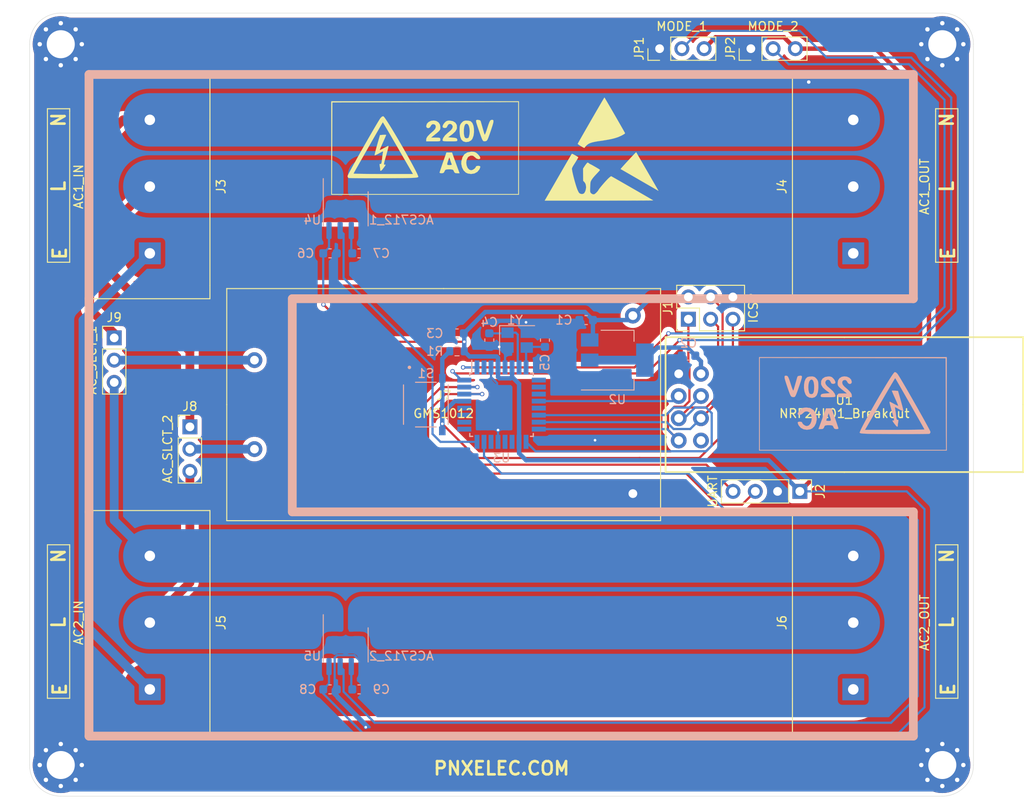
<source format=kicad_pcb>
(kicad_pcb (version 20171130) (host pcbnew "(5.1.12)-1")
  (title_block (title "Ac Current Meter") (date 2022-10-12))
  (layers (0 F.Cu signal) (31 B.Cu signal) (34 B.Paste user) (35 F.Paste user) (36 B.SilkS user) (37 F.SilkS user) (38 B.Mask user) (39 F.Mask user) (44 Edge.Cuts user))
  (net 0 "")
  (net 1 GND)
  (net 2 +5V)
  (net 3 +3V3)
  (net 4 "Net-(C4-Pad2)")
  (net 5 "Net-(C5-Pad2)")
  (net 6 "Net-(C7-Pad1)")
  (net 7 "Net-(C9-Pad1)")
  (net 8 /D12)
  (net 9 /D13)
  (net 10 /D11)
  (net 11 /RST)
  (net 12 /TX)
  (net 13 /RX)
  (net 14 Earth)
  (net 15 "Net-(J3-Pad2)")
  (net 16 "Net-(J3-Pad3)")
  (net 17 "Net-(J5-Pad2)")
  (net 18 "Net-(J5-Pad3)")
  (net 19 "Net-(J7-Pad1)")
  (net 20 "Net-(J7-Pad2)")
  (net 21 /D8)
  (net 22 /D10)
  (net 23 "Net-(U1-Pad8)")
  (net 24 /D3)
  (net 25 /D4)
  (net 26 /D5)
  (net 27 /D6)
  (net 28 /D7)
  (net 29 /D9)
  (net 30 "Net-(U3-Pad19)")
  (net 31 "Net-(U3-Pad20)")
  (net 32 "Net-(U3-Pad22)")
  (net 33 /A0)
  (net 34 /A1)
  (net 35 /A2)
  (net 36 /A3)
  (net 37 /A4)
  (net 38 /A5)
  (net 39 /D2)
  (net 40 "Net-(J4-Pad2)")
  (net 41 "Net-(J6-Pad2)")
  (module MountingHole:MountingHole_3.2mm_M3_Pad_Via (layer F.Cu) (at 99.949 59.055)
    (fp_text reference H1)
    (fp_text value MountingHole_Pad)
    (pad 1 thru_hole circle (at 0 0) (size 6.4 6.4) (drill 3.2) (layers *.Cu *.Mask) (net 1 GND))
    (pad 1 thru_hole circle (at 2.4 0) (size 0.8 0.8) (drill 0.5) (layers *.Cu *.Mask) (net 1 GND))
    (pad 1 thru_hole circle (at 1.697056 1.697056) (size 0.8 0.8) (drill 0.5) (layers *.Cu *.Mask) (net 1 GND))
    (pad 1 thru_hole circle (at 0 2.4) (size 0.8 0.8) (drill 0.5) (layers *.Cu *.Mask) (net 1 GND))
    (pad 1 thru_hole circle (at -1.697056 1.697056) (size 0.8 0.8) (drill 0.5) (layers *.Cu *.Mask) (net 1 GND))
    (pad 1 thru_hole circle (at -2.4 0) (size 0.8 0.8) (drill 0.5) (layers *.Cu *.Mask) (net 1 GND))
    (pad 1 thru_hole circle (at -1.697056 -1.697056) (size 0.8 0.8) (drill 0.5) (layers *.Cu *.Mask) (net 1 GND))
    (pad 1 thru_hole circle (at 0 -2.4) (size 0.8 0.8) (drill 0.5) (layers *.Cu *.Mask) (net 1 GND))
    (pad 1 thru_hole circle (at 1.697056 -1.697056) (size 0.8 0.8) (drill 0.5) (layers *.Cu *.Mask) (net 1 GND))
  )
  (module MountingHole:MountingHole_3.2mm_M3_Pad_Via (layer F.Cu) (at 99.949 141.351)
    (fp_text reference H2)
    (fp_text value MountingHole_Pad)
    (pad 1 thru_hole circle (at 1.697056 -1.697056) (size 0.8 0.8) (drill 0.5) (layers *.Cu *.Mask) (net 1 GND))
    (pad 1 thru_hole circle (at 0 -2.4) (size 0.8 0.8) (drill 0.5) (layers *.Cu *.Mask) (net 1 GND))
    (pad 1 thru_hole circle (at -1.697056 -1.697056) (size 0.8 0.8) (drill 0.5) (layers *.Cu *.Mask) (net 1 GND))
    (pad 1 thru_hole circle (at -2.4 0) (size 0.8 0.8) (drill 0.5) (layers *.Cu *.Mask) (net 1 GND))
    (pad 1 thru_hole circle (at -1.697056 1.697056) (size 0.8 0.8) (drill 0.5) (layers *.Cu *.Mask) (net 1 GND))
    (pad 1 thru_hole circle (at 0 2.4) (size 0.8 0.8) (drill 0.5) (layers *.Cu *.Mask) (net 1 GND))
    (pad 1 thru_hole circle (at 1.697056 1.697056) (size 0.8 0.8) (drill 0.5) (layers *.Cu *.Mask) (net 1 GND))
    (pad 1 thru_hole circle (at 2.4 0) (size 0.8 0.8) (drill 0.5) (layers *.Cu *.Mask) (net 1 GND))
    (pad 1 thru_hole circle (at 0 0) (size 6.4 6.4) (drill 3.2) (layers *.Cu *.Mask) (net 1 GND))
  )
  (module MountingHole:MountingHole_3.2mm_M3_Pad_Via (layer F.Cu) (at 200.533 141.351)
    (fp_text reference H4)
    (fp_text value MountingHole_Pad)
    (pad 1 thru_hole circle (at 1.697056 -1.697056) (size 0.8 0.8) (drill 0.5) (layers *.Cu *.Mask) (net 1 GND))
    (pad 1 thru_hole circle (at 0 -2.4) (size 0.8 0.8) (drill 0.5) (layers *.Cu *.Mask) (net 1 GND))
    (pad 1 thru_hole circle (at -1.697056 -1.697056) (size 0.8 0.8) (drill 0.5) (layers *.Cu *.Mask) (net 1 GND))
    (pad 1 thru_hole circle (at -2.4 0) (size 0.8 0.8) (drill 0.5) (layers *.Cu *.Mask) (net 1 GND))
    (pad 1 thru_hole circle (at -1.697056 1.697056) (size 0.8 0.8) (drill 0.5) (layers *.Cu *.Mask) (net 1 GND))
    (pad 1 thru_hole circle (at 0 2.4) (size 0.8 0.8) (drill 0.5) (layers *.Cu *.Mask) (net 1 GND))
    (pad 1 thru_hole circle (at 1.697056 1.697056) (size 0.8 0.8) (drill 0.5) (layers *.Cu *.Mask) (net 1 GND))
    (pad 1 thru_hole circle (at 2.4 0) (size 0.8 0.8) (drill 0.5) (layers *.Cu *.Mask) (net 1 GND))
    (pad 1 thru_hole circle (at 0 0) (size 6.4 6.4) (drill 3.2) (layers *.Cu *.Mask) (net 1 GND))
  )
  (module KIcad:NRF24L01_PA_LNA (layer F.Cu) (at 189.357 100.203 180)
    (fp_text reference U1 (at 0 0.5 180) (layer F.SilkS))
    (fp_text value NRF24L01_Breakout (at 0 -1.016 180) (layer F.SilkS))
    (pad 8 thru_hole circle (at 16.36 -4.1 180) (size 1.8 1.8) (drill 1) (layers *.Cu *.Mask) (net 23 "Net-(U1-Pad8)"))
    (pad 6 thru_hole circle (at 16.36 -1.56 180) (size 1.8 1.8) (drill 1) (layers *.Cu *.Mask) (net 10 /D11))
    (pad 4 thru_hole circle (at 16.36 0.98 180) (size 1.8 1.8) (drill 1) (layers *.Cu *.Mask) (net 22 /D10))
    (pad 2 thru_hole circle (at 16.36 3.52 180) (size 1.8 1.8) (drill 1) (layers *.Cu *.Mask) (net 3 +3V3))
    (pad 1 thru_hole trapezoid (at 18.9 3.52 180) (size 1.8 1.8) (drill 1) (layers *.Cu *.Mask) (net 1 GND))
    (pad 3 thru_hole circle (at 18.9 0.98 180) (size 1.8 1.8) (drill 1) (layers *.Cu *.Mask) (net 21 /D8))
    (pad 7 thru_hole circle (at 18.9 -4.1 180) (size 1.8 1.8) (drill 1) (layers *.Cu *.Mask) (net 8 /D12))
    (pad 5 thru_hole circle (at 18.9 -1.56 180) (size 1.8 1.8) (drill 1) (layers *.Cu *.Mask) (net 9 /D13))
  )
  (module Symbol:ESD-Logo_13.2x12mm_SilkScreen (layer F.Cu) (at 161.671 70.993)
    (fp_text reference REF** hide)
    (fp_text value ESD-Logo_13.2x12mm_SilkScreen hide)
  )
  (module KIcad:220v (layer B.Cu) (at 190.373 100.203 180)
    (fp_text reference G*** hide)
    (fp_text value LOGO hide)
  )
  (module KIcad:220v (layer F.Cu) (at 141.478 70.993)
    (fp_text reference G*** hide)
    (fp_text value LOGO hide)
  )
  (module KIcad:GMS1012 (layer F.Cu) (at 143.637 100.203)
    (fp_text reference J7 (at 0 -1.016) (layer F.SilkS))
    (fp_text value GMS1012 (at 0 1.016) (layer F.SilkS))
    (pad 4 thru_hole circle (at 21.59 -10.16) (size 1.8 1.8) (drill 1) (layers *.Cu *.Mask) (net 2 +5V))
    (pad 3 thru_hole circle (at 21.59 10.16) (size 1.8 1.8) (drill 1) (layers *.Cu *.Mask) (net 1 GND))
    (pad 2 thru_hole circle (at -21.59 5.08) (size 1.8 1.8) (drill 1) (layers *.Cu *.Mask) (net 20 "Net-(J7-Pad2)"))
    (pad 1 thru_hole circle (at -21.59 -5.08) (size 1.8 1.8) (drill 1) (layers *.Cu *.Mask) (net 19 "Net-(J7-Pad1)"))
  )
  (module KIcad:BR-762C_3 (layer F.Cu) (at 107.569 125.095 90)
    (fp_text reference J5 (at 0 10.668 90) (layer F.SilkS))
    (fp_text value AC2_IN (at 0 -5.588 90) (layer F.SilkS))
    (pad 3 thru_hole trapezoid (at 7.62 2.54 90) (size 2.5 2.5) (drill 1.2) (layers *.Cu *.Mask) (net 18 "Net-(J5-Pad3)"))
    (pad 2 thru_hole trapezoid (at 0 2.54 90) (size 2.5 2.5) (drill 1.2) (layers *.Cu *.Mask) (net 17 "Net-(J5-Pad2)"))
    (pad 1 thru_hole trapezoid (at -7.62 2.54 90) (size 2.5 2.5) (drill 1.2) (layers *.Cu *.Mask) (net 14 Earth))
  )
  (module Capacitor_SMD:C_0603_1608Metric (layer B.Cu) (at 159.893 90.551 180)
    (fp_text reference C1 (at 2.54 0) (layer B.SilkS) (effects (justify mirror)))
    (fp_text value 100nf)
    (pad 1 smd roundrect (at -0.775 0 180) (size 0.9 0.95) (layers B.Cu B.Paste B.Mask) (net 2 +5V))
    (pad 2 smd roundrect (at 0.775 0 180) (size 0.9 0.95) (layers B.Cu B.Paste B.Mask) (net 1 GND))
  )
  (module Capacitor_SMD:C_0603_1608Metric (layer B.Cu) (at 171.577 94.615 180)
    (fp_text reference C2 (at 0 1.43) (layer B.SilkS) (effects (justify mirror)))
    (fp_text value 100nf)
    (pad 2 smd roundrect (at 0.775 0 180) (size 0.9 0.95) (layers B.Cu B.Paste B.Mask) (net 1 GND))
    (pad 1 smd roundrect (at -0.775 0 180) (size 0.9 0.95) (layers B.Cu B.Paste B.Mask) (net 3 +3V3))
  )
  (module Capacitor_SMD:C_0603_1608Metric (layer B.Cu) (at 145.161 92.075)
    (fp_text reference C3 (at -2.54 0) (layer B.SilkS) (effects (justify mirror)))
    (fp_text value 100nf)
    (pad 2 smd roundrect (at 0.775 0) (size 0.9 0.95) (layers B.Cu B.Paste B.Mask) (net 2 +5V))
    (pad 1 smd roundrect (at -0.775 0) (size 0.9 0.95) (layers B.Cu B.Paste B.Mask) (net 1 GND))
  )
  (module Capacitor_SMD:C_0603_1608Metric (layer B.Cu) (at 148.844 92.837 90)
    (fp_text reference C4 (at 2.032 0 180) (layer B.SilkS) (effects (justify mirror)))
    (fp_text value 22pf)
    (pad 2 smd roundrect (at 0.775 0 90) (size 0.9 0.95) (layers B.Cu B.Paste B.Mask) (net 4 "Net-(C4-Pad2)"))
    (pad 1 smd roundrect (at -0.775 0 90) (size 0.9 0.95) (layers B.Cu B.Paste B.Mask) (net 1 GND))
  )
  (module Capacitor_SMD:C_0603_1608Metric (layer B.Cu) (at 155.194 92.837 270)
    (fp_text reference C5 (at 2.54 0 90) (layer B.SilkS) (effects (justify mirror)))
    (fp_text value 22pf)
    (pad 1 smd roundrect (at -0.775 0 270) (size 0.9 0.95) (layers B.Cu B.Paste B.Mask) (net 1 GND))
    (pad 2 smd roundrect (at 0.775 0 270) (size 0.9 0.95) (layers B.Cu B.Paste B.Mask) (net 5 "Net-(C5-Pad2)"))
  )
  (module Capacitor_SMD:C_0603_1608Metric (layer B.Cu) (at 130.67 82.931)
    (fp_text reference C6 (at -2.781 0) (layer B.SilkS) (effects (justify mirror)))
    (fp_text value 100nf)
    (pad 2 smd roundrect (at 0.775 0) (size 0.9 0.95) (layers B.Cu B.Paste B.Mask) (net 1 GND))
    (pad 1 smd roundrect (at -0.775 0) (size 0.9 0.95) (layers B.Cu B.Paste B.Mask) (net 2 +5V))
  )
  (module Capacitor_SMD:C_0603_1608Metric (layer B.Cu) (at 133.985 82.931)
    (fp_text reference C7 (at 2.54 0) (layer B.SilkS) (effects (justify mirror)))
    (fp_text value 1nf)
    (pad 1 smd roundrect (at -0.775 0) (size 0.9 0.95) (layers B.Cu B.Paste B.Mask) (net 6 "Net-(C7-Pad1)"))
    (pad 2 smd roundrect (at 0.775 0) (size 0.9 0.95) (layers B.Cu B.Paste B.Mask) (net 1 GND))
  )
  (module Capacitor_SMD:C_0603_1608Metric (layer B.Cu) (at 130.67 132.715)
    (fp_text reference C8 (at -2.54 0) (layer B.SilkS) (effects (justify mirror)))
    (fp_text value 100nf)
    (pad 1 smd roundrect (at -0.775 0) (size 0.9 0.95) (layers B.Cu B.Paste B.Mask) (net 2 +5V))
    (pad 2 smd roundrect (at 0.775 0) (size 0.9 0.95) (layers B.Cu B.Paste B.Mask) (net 1 GND))
  )
  (module Capacitor_SMD:C_0603_1608Metric (layer B.Cu) (at 133.985 132.715)
    (fp_text reference C9 (at 2.54 0) (layer B.SilkS) (effects (justify mirror)))
    (fp_text value 1nf)
    (pad 2 smd roundrect (at 0.775 0) (size 0.9 0.95) (layers B.Cu B.Paste B.Mask) (net 1 GND))
    (pad 1 smd roundrect (at -0.775 0) (size 0.9 0.95) (layers B.Cu B.Paste B.Mask) (net 7 "Net-(C9-Pad1)"))
  )
  (module Connector_PinHeader_2.54mm:PinHeader_2x03_P2.54mm_Vertical (layer F.Cu) (at 171.558001 90.448999 90)
    (fp_text reference J1 (at 1.27 -2.33 90) (layer F.SilkS))
    (fp_text value ICSP (at 1.27 7.41 90) (layer F.SilkS))
    (pad 6 thru_hole oval (at 2.54 5.08 90) (size 1.7 1.7) (drill 1) (layers *.Cu *.Mask) (net 1 GND))
    (pad 5 thru_hole oval (at 0 5.08 90) (size 1.7 1.7) (drill 1) (layers *.Cu *.Mask) (net 11 /RST))
    (pad 4 thru_hole oval (at 2.54 2.54 90) (size 1.7 1.7) (drill 1) (layers *.Cu *.Mask) (net 10 /D11))
    (pad 3 thru_hole oval (at 0 2.54 90) (size 1.7 1.7) (drill 1) (layers *.Cu *.Mask) (net 9 /D13))
    (pad 2 thru_hole oval (at 2.54 0 90) (size 1.7 1.7) (drill 1) (layers *.Cu *.Mask) (net 2 +5V))
    (pad 1 thru_hole rect (at 0 0 90) (size 1.7 1.7) (drill 1) (layers *.Cu *.Mask) (net 8 /D12))
  )
  (module Connector_PinHeader_2.54mm:PinHeader_1x04_P2.54mm_Vertical (layer F.Cu) (at 184.277 110.109 270)
    (fp_text reference J2 (at 0 -2.33 90) (layer F.SilkS))
    (fp_text value UART (at 0 9.95 90) (layer F.SilkS))
    (pad 4 thru_hole oval (at 0 7.62 270) (size 1.7 1.7) (drill 1) (layers *.Cu *.Mask) (net 13 /RX))
    (pad 3 thru_hole oval (at 0 5.08 270) (size 1.7 1.7) (drill 1) (layers *.Cu *.Mask) (net 12 /TX))
    (pad 2 thru_hole oval (at 0 2.54 270) (size 1.7 1.7) (drill 1) (layers *.Cu *.Mask) (net 1 GND))
    (pad 1 thru_hole rect (at 0 0 270) (size 1.7 1.7) (drill 1) (layers *.Cu *.Mask) (net 2 +5V))
  )
  (module KIcad:BR-762C_3 (layer F.Cu) (at 107.569 75.311 90)
    (fp_text reference J3 (at 0 10.668 90) (layer F.SilkS))
    (fp_text value AC1_IN (at 0 -5.588 90) (layer F.SilkS))
    (pad 3 thru_hole trapezoid (at 7.62 2.54 90) (size 2.5 2.5) (drill 1.2) (layers *.Cu *.Mask) (net 16 "Net-(J3-Pad3)"))
    (pad 2 thru_hole trapezoid (at 0 2.54 90) (size 2.5 2.5) (drill 1.2) (layers *.Cu *.Mask) (net 15 "Net-(J3-Pad2)"))
    (pad 1 thru_hole trapezoid (at -7.62 2.54 90) (size 2.5 2.5) (drill 1.2) (layers *.Cu *.Mask) (net 14 Earth))
  )
  (module KIcad:BR-762C_3 (layer F.Cu) (at 187.833 75.311 90)
    (fp_text reference J4 (at 0 -5.588 90) (layer F.SilkS))
    (fp_text value AC1_OUT (at 0 10.668 90) (layer F.SilkS))
    (pad 1 thru_hole trapezoid (at -7.62 2.54 90) (size 2.5 2.5) (drill 1.2) (layers *.Cu *.Mask) (net 14 Earth))
    (pad 2 thru_hole trapezoid (at 0 2.54 90) (size 2.5 2.5) (drill 1.2) (layers *.Cu *.Mask) (net 40 "Net-(J4-Pad2)"))
    (pad 3 thru_hole trapezoid (at 7.62 2.54 90) (size 2.5 2.5) (drill 1.2) (layers *.Cu *.Mask) (net 16 "Net-(J3-Pad3)"))
  )
  (module KIcad:BR-762C_3 (layer F.Cu) (at 187.833 125.095 90)
    (fp_text reference J6 (at 0 -5.588 90) (layer F.SilkS))
    (fp_text value AC2_OUT (at 0 10.668 90) (layer F.SilkS))
    (pad 1 thru_hole trapezoid (at -7.62 2.54 90) (size 2.5 2.5) (drill 1.2) (layers *.Cu *.Mask) (net 14 Earth))
    (pad 2 thru_hole trapezoid (at 0 2.54 90) (size 2.5 2.5) (drill 1.2) (layers *.Cu *.Mask) (net 41 "Net-(J6-Pad2)"))
    (pad 3 thru_hole trapezoid (at 7.62 2.54 90) (size 2.5 2.5) (drill 1.2) (layers *.Cu *.Mask) (net 18 "Net-(J5-Pad3)"))
  )
  (module Connector_PinHeader_2.54mm:PinHeader_1x03_P2.54mm_Vertical (layer F.Cu) (at 114.681 102.743)
    (fp_text reference J8 (at 0 -2.33) (layer F.SilkS))
    (fp_text value AC_SLCT_2 (at -2.54 2.54 90) (layer F.SilkS))
    (pad 1 thru_hole rect (at 0 0) (size 1.7 1.7) (drill 1) (layers *.Cu *.Mask) (net 15 "Net-(J3-Pad2)"))
    (pad 2 thru_hole oval (at 0 2.54) (size 1.7 1.7) (drill 1) (layers *.Cu *.Mask) (net 20 "Net-(J7-Pad2)"))
    (pad 3 thru_hole oval (at 0 5.08) (size 1.7 1.7) (drill 1) (layers *.Cu *.Mask) (net 17 "Net-(J5-Pad2)"))
  )
  (module Connector_PinHeader_2.54mm:PinHeader_1x03_P2.54mm_Vertical (layer F.Cu) (at 106.045 92.583)
    (fp_text reference J9 (at 0 -2.33) (layer F.SilkS))
    (fp_text value AC_SLCT_1 (at -2.54 2.54 90) (layer F.SilkS))
    (pad 3 thru_hole oval (at 0 5.08) (size 1.7 1.7) (drill 1) (layers *.Cu *.Mask) (net 18 "Net-(J5-Pad3)"))
    (pad 2 thru_hole oval (at 0 2.54) (size 1.7 1.7) (drill 1) (layers *.Cu *.Mask) (net 19 "Net-(J7-Pad1)"))
    (pad 1 thru_hole rect (at 0 0) (size 1.7 1.7) (drill 1) (layers *.Cu *.Mask) (net 16 "Net-(J3-Pad3)"))
  )
  (module Resistor_SMD:R_0603_1608Metric (layer B.Cu) (at 145.161 94.107)
    (fp_text reference R1 (at -2.54 0) (layer B.SilkS) (effects (justify mirror)))
    (fp_text value 1k)
    (pad 2 smd roundrect (at 0.825 0) (size 0.8 0.95) (layers B.Cu B.Paste B.Mask) (net 2 +5V))
    (pad 1 smd roundrect (at -0.825 0) (size 0.8 0.95) (layers B.Cu B.Paste B.Mask) (net 11 /RST))
  )
  (module KIcad:SW_TS-1187A-B-A-B (layer B.Cu) (at 141.605 100.203 270)
    (fp_text reference S1 (at -3.556 0) (layer B.SilkS) (effects (justify mirror)))
    (fp_text value RST)
    (pad D smd rect (at 3 -1.875 270) (size 1 0.75) (layers B.Cu B.Paste B.Mask) (net 11 /RST))
    (pad C smd rect (at -3 -1.875 270) (size 1 0.75) (layers B.Cu B.Paste B.Mask) (net 11 /RST))
    (pad B smd rect (at 3 1.875 270) (size 1 0.75) (layers B.Cu B.Paste B.Mask) (net 1 GND))
    (pad A smd rect (at -3 1.875 270) (size 1 0.75) (layers B.Cu B.Paste B.Mask) (net 1 GND))
  )
  (module Package_TO_SOT_SMD:SOT-223-3_TabPin2 (layer B.Cu) (at 163.449 95.123)
    (fp_text reference U2 (at 0 4.5) (layer B.SilkS) (effects (justify mirror)))
    (fp_text value AMS1117-3.3)
    (pad 1 smd rect (at -3.15 2.3) (size 2 1.5) (layers B.Cu B.Paste B.Mask) (net 1 GND))
    (pad 3 smd rect (at -3.15 -2.3) (size 2 1.5) (layers B.Cu B.Paste B.Mask) (net 2 +5V))
    (pad 2 smd rect (at -3.15 0) (size 2 1.5) (layers B.Cu B.Paste B.Mask) (net 3 +3V3))
    (pad 2 smd rect (at 3.15 0) (size 2 3.8) (layers B.Cu B.Paste B.Mask) (net 3 +3V3))
  )
  (module Package_QFP:TQFP-32_7x7mm_P0.8mm (layer B.Cu) (at 150.241 100.203 270)
    (fp_text reference U3 (at 6.096 0 180) (layer B.SilkS) (effects (justify mirror)))
    (fp_text value ATmega328P-AU)
    (pad 32 smd rect (at -2.8 4.25 180) (size 1.6 0.55) (layers B.Cu B.Paste B.Mask) (net 39 /D2))
    (pad 31 smd rect (at -2 4.25 180) (size 1.6 0.55) (layers B.Cu B.Paste B.Mask) (net 12 /TX))
    (pad 30 smd rect (at -1.2 4.25 180) (size 1.6 0.55) (layers B.Cu B.Paste B.Mask) (net 13 /RX))
    (pad 29 smd rect (at -0.4 4.25 180) (size 1.6 0.55) (layers B.Cu B.Paste B.Mask) (net 11 /RST))
    (pad 28 smd rect (at 0.4 4.25 180) (size 1.6 0.55) (layers B.Cu B.Paste B.Mask) (net 38 /A5))
    (pad 27 smd rect (at 1.2 4.25 180) (size 1.6 0.55) (layers B.Cu B.Paste B.Mask) (net 37 /A4))
    (pad 26 smd rect (at 2 4.25 180) (size 1.6 0.55) (layers B.Cu B.Paste B.Mask) (net 36 /A3))
    (pad 25 smd rect (at 2.8 4.25 180) (size 1.6 0.55) (layers B.Cu B.Paste B.Mask) (net 35 /A2))
    (pad 24 smd rect (at 4.25 2.8 270) (size 1.6 0.55) (layers B.Cu B.Paste B.Mask) (net 34 /A1))
    (pad 23 smd rect (at 4.25 2 270) (size 1.6 0.55) (layers B.Cu B.Paste B.Mask) (net 33 /A0))
    (pad 22 smd rect (at 4.25 1.2 270) (size 1.6 0.55) (layers B.Cu B.Paste B.Mask) (net 32 "Net-(U3-Pad22)"))
    (pad 21 smd rect (at 4.25 0.4 270) (size 1.6 0.55) (layers B.Cu B.Paste B.Mask) (net 1 GND))
    (pad 20 smd rect (at 4.25 -0.4 270) (size 1.6 0.55) (layers B.Cu B.Paste B.Mask) (net 31 "Net-(U3-Pad20)"))
    (pad 19 smd rect (at 4.25 -1.2 270) (size 1.6 0.55) (layers B.Cu B.Paste B.Mask) (net 30 "Net-(U3-Pad19)"))
    (pad 18 smd rect (at 4.25 -2 270) (size 1.6 0.55) (layers B.Cu B.Paste B.Mask) (net 2 +5V))
    (pad 17 smd rect (at 4.25 -2.8 270) (size 1.6 0.55) (layers B.Cu B.Paste B.Mask) (net 9 /D13))
    (pad 16 smd rect (at 2.8 -4.25 180) (size 1.6 0.55) (layers B.Cu B.Paste B.Mask) (net 8 /D12))
    (pad 15 smd rect (at 2 -4.25 180) (size 1.6 0.55) (layers B.Cu B.Paste B.Mask) (net 10 /D11))
    (pad 14 smd rect (at 1.2 -4.25 180) (size 1.6 0.55) (layers B.Cu B.Paste B.Mask) (net 22 /D10))
    (pad 13 smd rect (at 0.4 -4.25 180) (size 1.6 0.55) (layers B.Cu B.Paste B.Mask) (net 29 /D9))
    (pad 12 smd rect (at -0.4 -4.25 180) (size 1.6 0.55) (layers B.Cu B.Paste B.Mask) (net 21 /D8))
    (pad 11 smd rect (at -1.2 -4.25 180) (size 1.6 0.55) (layers B.Cu B.Paste B.Mask) (net 28 /D7))
    (pad 10 smd rect (at -2 -4.25 180) (size 1.6 0.55) (layers B.Cu B.Paste B.Mask) (net 27 /D6))
    (pad 9 smd rect (at -2.8 -4.25 180) (size 1.6 0.55) (layers B.Cu B.Paste B.Mask) (net 26 /D5))
    (pad 8 smd rect (at -4.25 -2.8 270) (size 1.6 0.55) (layers B.Cu B.Paste B.Mask) (net 5 "Net-(C5-Pad2)"))
    (pad 7 smd rect (at -4.25 -2 270) (size 1.6 0.55) (layers B.Cu B.Paste B.Mask) (net 4 "Net-(C4-Pad2)"))
    (pad 6 smd rect (at -4.25 -1.2 270) (size 1.6 0.55) (layers B.Cu B.Paste B.Mask) (net 2 +5V))
    (pad 5 smd rect (at -4.25 -0.4 270) (size 1.6 0.55) (layers B.Cu B.Paste B.Mask) (net 1 GND))
    (pad 4 smd rect (at -4.25 0.4 270) (size 1.6 0.55) (layers B.Cu B.Paste B.Mask) (net 2 +5V))
    (pad 3 smd rect (at -4.25 1.2 270) (size 1.6 0.55) (layers B.Cu B.Paste B.Mask) (net 1 GND))
    (pad 2 smd rect (at -4.25 2 270) (size 1.6 0.55) (layers B.Cu B.Paste B.Mask) (net 25 /D4))
    (pad 1 smd rect (at -4.25 2.8 270) (size 1.6 0.55) (layers B.Cu B.Paste B.Mask) (net 24 /D3))
  )
  (module Package_SO:SOIC-8_3.9x4.9mm_P1.27mm (layer B.Cu) (at 132.461 77.851 270)
    (fp_text reference U4 (at 1.27 3.81) (layer B.SilkS) (effects (justify mirror)))
    (fp_text value ACS712_1 (at 1.27 -6.35) (layer B.SilkS) (effects (justify mirror)))
    (pad 8 smd roundrect (at 2.475 1.905 270) (size 1.95 0.6) (layers B.Cu B.Paste B.Mask) (net 2 +5V))
    (pad 7 smd roundrect (at 2.475 0.635 270) (size 1.95 0.6) (layers B.Cu B.Paste B.Mask) (net 34 /A1))
    (pad 6 smd roundrect (at 2.475 -0.635 270) (size 1.95 0.6) (layers B.Cu B.Paste B.Mask) (net 6 "Net-(C7-Pad1)"))
    (pad 5 smd roundrect (at 2.475 -1.905 270) (size 1.95 0.6) (layers B.Cu B.Paste B.Mask) (net 1 GND))
    (pad 4 smd roundrect (at -2.475 -1.905 270) (size 1.95 0.6) (layers B.Cu B.Paste B.Mask) (net 40 "Net-(J4-Pad2)"))
    (pad 3 smd roundrect (at -2.475 -0.635 270) (size 1.95 0.6) (layers B.Cu B.Paste B.Mask) (net 40 "Net-(J4-Pad2)"))
    (pad 2 smd roundrect (at -2.475 0.635 270) (size 1.95 0.6) (layers B.Cu B.Paste B.Mask) (net 15 "Net-(J3-Pad2)"))
    (pad 1 smd roundrect (at -2.475 1.905 270) (size 1.95 0.6) (layers B.Cu B.Paste B.Mask) (net 15 "Net-(J3-Pad2)"))
  )
  (module Package_SO:SOIC-8_3.9x4.9mm_P1.27mm (layer B.Cu) (at 132.461 127.635 270)
    (fp_text reference U5 (at 1.27 3.81) (layer B.SilkS) (effects (justify mirror)))
    (fp_text value ACS712_2 (at 1.27 -6.35) (layer B.SilkS) (effects (justify mirror)))
    (pad 1 smd roundrect (at -2.475 1.905 270) (size 1.95 0.6) (layers B.Cu B.Paste B.Mask) (net 17 "Net-(J5-Pad2)"))
    (pad 2 smd roundrect (at -2.475 0.635 270) (size 1.95 0.6) (layers B.Cu B.Paste B.Mask) (net 17 "Net-(J5-Pad2)"))
    (pad 3 smd roundrect (at -2.475 -0.635 270) (size 1.95 0.6) (layers B.Cu B.Paste B.Mask) (net 41 "Net-(J6-Pad2)"))
    (pad 4 smd roundrect (at -2.475 -1.905 270) (size 1.95 0.6) (layers B.Cu B.Paste B.Mask) (net 41 "Net-(J6-Pad2)"))
    (pad 5 smd roundrect (at 2.475 -1.905 270) (size 1.95 0.6) (layers B.Cu B.Paste B.Mask) (net 1 GND))
    (pad 6 smd roundrect (at 2.475 -0.635 270) (size 1.95 0.6) (layers B.Cu B.Paste B.Mask) (net 7 "Net-(C9-Pad1)"))
    (pad 7 smd roundrect (at 2.475 0.635 270) (size 1.95 0.6) (layers B.Cu B.Paste B.Mask) (net 33 /A0))
    (pad 8 smd roundrect (at 2.475 1.905 270) (size 1.95 0.6) (layers B.Cu B.Paste B.Mask) (net 2 +5V))
  )
  (module Crystal:Crystal_SMD_3225-4Pin_3.2x2.5mm (layer B.Cu) (at 152.019 92.837)
    (fp_text reference Y1 (at -0.254 -2.286 180) (layer B.SilkS) (effects (justify mirror)))
    (fp_text value 16Mhz)
    (pad 4 smd rect (at -1.1 0.85) (size 1.4 1.2) (layers B.Cu B.Paste B.Mask) (net 1 GND))
    (pad 3 smd rect (at 1.1 0.85) (size 1.4 1.2) (layers B.Cu B.Paste B.Mask) (net 5 "Net-(C5-Pad2)"))
    (pad 2 smd rect (at 1.1 -0.85) (size 1.4 1.2) (layers B.Cu B.Paste B.Mask) (net 1 GND))
    (pad 1 smd rect (at -1.1 -0.85) (size 1.4 1.2) (layers B.Cu B.Paste B.Mask) (net 4 "Net-(C4-Pad2)"))
  )
  (module Connector_PinHeader_2.54mm:PinHeader_1x03_P2.54mm_Vertical (layer F.Cu) (at 168.275 59.563 90)
    (fp_text reference JP1 (at 0 -2.33 90) (layer F.SilkS))
    (fp_text value MODE_1 (at 2.54 2.54 180) (layer F.SilkS))
    (pad 1 thru_hole rect (at 0 0 90) (size 1.7 1.7) (drill 1) (layers *.Cu *.Mask) (net 1 GND))
    (pad 2 thru_hole oval (at 0 2.54 90) (size 1.7 1.7) (drill 1) (layers *.Cu *.Mask) (net 39 /D2))
    (pad 3 thru_hole oval (at 0 5.08 90) (size 1.7 1.7) (drill 1) (layers *.Cu *.Mask) (net 2 +5V))
  )
  (module Connector_PinHeader_2.54mm:PinHeader_1x03_P2.54mm_Vertical (layer F.Cu) (at 178.689 59.563 90)
    (fp_text reference JP2 (at 0 -2.33 90) (layer F.SilkS))
    (fp_text value MODE_2 (at 2.54 2.54 180) (layer F.SilkS))
    (pad 3 thru_hole oval (at 0 5.08 90) (size 1.7 1.7) (drill 1) (layers *.Cu *.Mask) (net 2 +5V))
    (pad 2 thru_hole oval (at 0 2.54 90) (size 1.7 1.7) (drill 1) (layers *.Cu *.Mask) (net 24 /D3))
    (pad 1 thru_hole rect (at 0 0 90) (size 1.7 1.7) (drill 1) (layers *.Cu *.Mask) (net 1 GND))
  )
  (module MountingHole:MountingHole_3.2mm_M3_Pad_Via (layer F.Cu) (at 200.533 59.055)
    (fp_text reference H3)
    (fp_text value MountingHole_Pad)
    (pad 1 thru_hole circle (at 0 0) (size 6.4 6.4) (drill 3.2) (layers *.Cu *.Mask) (net 1 GND))
    (pad 1 thru_hole circle (at 2.4 0) (size 0.8 0.8) (drill 0.5) (layers *.Cu *.Mask) (net 1 GND))
    (pad 1 thru_hole circle (at 1.697056 1.697056) (size 0.8 0.8) (drill 0.5) (layers *.Cu *.Mask) (net 1 GND))
    (pad 1 thru_hole circle (at 0 2.4) (size 0.8 0.8) (drill 0.5) (layers *.Cu *.Mask) (net 1 GND))
    (pad 1 thru_hole circle (at -1.697056 1.697056) (size 0.8 0.8) (drill 0.5) (layers *.Cu *.Mask) (net 1 GND))
    (pad 1 thru_hole circle (at -2.4 0) (size 0.8 0.8) (drill 0.5) (layers *.Cu *.Mask) (net 1 GND))
    (pad 1 thru_hole circle (at -1.697056 -1.697056) (size 0.8 0.8) (drill 0.5) (layers *.Cu *.Mask) (net 1 GND))
    (pad 1 thru_hole circle (at 0 -2.4) (size 0.8 0.8) (drill 0.5) (layers *.Cu *.Mask) (net 1 GND))
    (pad 1 thru_hole circle (at 1.697056 -1.697056) (size 0.8 0.8) (drill 0.5) (layers *.Cu *.Mask) (net 1 GND))
  )
  (gr_text PNXELEC.COM (at 150.241 141.732) (layer F.SilkS) (effects (font (size 1.5 1.5) (thickness 0.3))))
  (gr_line (start 98.425 116.205) (end 98.425 116.459) (layer F.SilkS) (width 0.12))
  (gr_line (start 100.965 116.459) (end 100.965 116.205) (layer F.SilkS) (width 0.12))
  (gr_line (start 98.425 133.731) (end 100.965 133.731) (layer F.SilkS) (width 0.12))
  (gr_line (start 100.965 133.731) (end 100.965 116.459) (layer F.SilkS) (width 0.12))
  (gr_line (start 98.425 116.459) (end 98.425 133.731) (layer F.SilkS) (width 0.12))
  (gr_line (start 98.425 116.205) (end 100.965 116.205) (layer F.SilkS) (width 0.12))
  (gr_line (start 98.425 66.421) (end 98.425 66.675) (layer F.SilkS) (width 0.12))
  (gr_line (start 100.965 66.675) (end 100.965 66.421) (layer F.SilkS) (width 0.12))
  (gr_line (start 98.425 83.947) (end 100.965 83.947) (layer F.SilkS) (width 0.12))
  (gr_line (start 100.965 83.947) (end 100.965 66.675) (layer F.SilkS) (width 0.12))
  (gr_line (start 98.425 66.675) (end 98.425 83.947) (layer F.SilkS) (width 0.12))
  (gr_line (start 98.425 66.421) (end 100.965 66.421) (layer F.SilkS) (width 0.12))
  (gr_text L (at 99.695 75.311 90) (layer F.SilkS) (effects (font (size 1.5 1.5) (thickness 0.3))))
  (gr_line (start 199.771 66.421) (end 199.771 66.675) (layer F.SilkS) (width 0.12))
  (gr_line (start 202.311 66.675) (end 202.311 66.421) (layer F.SilkS) (width 0.12))
  (gr_line (start 199.771 83.947) (end 202.311 83.947) (layer F.SilkS) (width 0.12))
  (gr_line (start 202.311 83.947) (end 202.311 66.675) (layer F.SilkS) (width 0.12))
  (gr_line (start 199.771 66.675) (end 199.771 83.947) (layer F.SilkS) (width 0.12))
  (gr_line (start 199.771 66.421) (end 202.311 66.421) (layer F.SilkS) (width 0.12))
  (gr_line (start 199.771 116.205) (end 199.771 116.459) (layer F.SilkS) (width 0.12))
  (gr_line (start 202.311 116.459) (end 202.311 116.205) (layer F.SilkS) (width 0.12))
  (gr_line (start 199.771 116.205) (end 202.311 116.205) (layer F.SilkS) (width 0.12))
  (gr_line (start 199.771 116.459) (end 199.771 133.731) (layer F.SilkS) (width 0.12))
  (gr_line (start 202.311 133.731) (end 202.311 116.459) (layer F.SilkS) (width 0.12))
  (gr_line (start 199.771 133.731) (end 202.311 133.731) (layer F.SilkS) (width 0.12))
  (gr_text E (at 201.041 82.931 270) (layer F.SilkS) (effects (font (size 1.5 1.5) (thickness 0.3)) (justify mirror)))
  (gr_text L (at 201.041 75.311 90) (layer F.SilkS) (effects (font (size 1.5 1.5) (thickness 0.3))))
  (gr_text E (at 201.041 132.715 270) (layer F.SilkS) (effects (font (size 1.5 1.5) (thickness 0.3)) (justify mirror)))
  (gr_text N (at 201.041 67.691 90) (layer F.SilkS) (effects (font (size 1.5 1.5) (thickness 0.3))))
  (gr_text L (at 201.041 125.095 90) (layer F.SilkS) (effects (font (size 1.5 1.5) (thickness 0.3))))
  (gr_text N (at 201.041 117.475 90) (layer F.SilkS) (effects (font (size 1.5 1.5) (thickness 0.3))))
  (gr_text E (at 99.695 82.931 270) (layer F.SilkS) (effects (font (size 1.5 1.5) (thickness 0.3)) (justify mirror)))
  (gr_text N (at 99.695 67.691 90) (layer F.SilkS) (effects (font (size 1.5 1.5) (thickness 0.3))))
  (gr_text N (at 99.695 117.475 90) (layer F.SilkS) (effects (font (size 1.5 1.5) (thickness 0.3))))
  (gr_text L (at 99.695 125.095 90) (layer F.SilkS) (effects (font (size 1.5 1.5) (thickness 0.3))))
  (gr_text E (at 99.695 132.715 270) (layer F.SilkS) (effects (font (size 1.5 1.5) (thickness 0.3)) (justify mirror)))
  (gr_line (start 126.365 88.111) (end 126.365 112.449) (layer B.SilkS) (width 1))
  (gr_line (start 197.233 88.111) (end 126.365 88.111) (layer B.SilkS) (width 1))
  (gr_line (start 197.233 112.449) (end 126.365 112.449) (layer B.SilkS) (width 1))
  (gr_line (start 103.169 112.449) (end 103.169 88.111) (layer B.SilkS) (width 1))
  (gr_line (start 197.233 138.049) (end 103.169 138.049) (layer B.SilkS) (width 1))
  (gr_line (start 197.233 112.449) (end 197.233 138.049) (layer B.SilkS) (width 1))
  (gr_line (start 103.169 138.049) (end 103.169 112.449) (layer B.SilkS) (width 1))
  (gr_line (start 103.169 88.111) (end 103.169 62.511) (layer B.SilkS) (width 1))
  (gr_line (start 197.233 62.511) (end 197.233 88.111) (layer B.SilkS) (width 1))
  (gr_line (start 103.169 62.511) (end 197.233 62.511) (layer B.SilkS) (width 1))
  (gr_line (start 99.949 144.907) (end 200.533 144.907) (layer Edge.Cuts) (width 0.05))
  (gr_line (start 96.393 59.055) (end 96.393 141.351) (layer Edge.Cuts) (width 0.05))
  (gr_line (start 200.533 55.499) (end 99.949 55.499) (layer Edge.Cuts) (width 0.05))
  (gr_line (start 204.089 141.351) (end 204.089 59.055) (layer Edge.Cuts) (width 0.05))
  (gr_arc (start 200.533 141.351) (end 200.533 144.907) (angle -90) (layer Edge.Cuts) (width 0.05))
  (gr_arc (start 99.949 141.351) (end 96.393 141.351) (angle -90) (layer Edge.Cuts) (width 0.05))
  (gr_arc (start 99.949 59.055) (end 99.949 55.499) (angle -90) (layer Edge.Cuts) (width 0.05))
  (gr_arc (start 200.533 59.055) (end 204.089 59.055) (angle -90) (layer Edge.Cuts) (width 0.05))
  (via (at 160.909 104.267) (size 0.5) (drill 0.3) (layers F.Cu B.Cu) (net 1))
  (via (at 185.293 63.373) (size 0.8) (drill 0.4) (layers F.Cu B.Cu) (net 1))
  (via (at 153.035 90.805) (size 0.5) (drill 0.3) (layers F.Cu B.Cu) (net 1))
  (segment (start 150.844 93.612) (end 150.919 93.687) (width 0.25) (layer B.Cu) (net 1))
  (segment (start 148.844 93.612) (end 149.974 93.612) (width 0.25) (layer B.Cu) (net 1))
  (segment (start 149.974 93.612) (end 150.844 93.612) (width 0.25) (layer B.Cu) (net 1))
  (via (at 149.974 93.612) (size 0.5) (drill 0.3) (layers F.Cu B.Cu) (net 1))
  (segment (start 149.841 104.453) (end 149.841 103.105) (width 0.25) (layer B.Cu) (net 1))
  (via (at 149.841 103.105) (size 0.5) (drill 0.3) (layers F.Cu B.Cu) (net 1))
  (segment (start 150.641 93.965) (end 150.919 93.687) (width 0.25) (layer B.Cu) (net 1))
  (segment (start 150.641 95.953) (end 150.641 93.965) (width 0.25) (layer B.Cu) (net 1))
  (segment (start 149.041 97.051188) (end 149.733 97.743188) (width 0.25) (layer B.Cu) (net 1))
  (segment (start 149.041 95.953) (end 149.041 97.051188) (width 0.25) (layer B.Cu) (net 1))
  (segment (start 149.733 102.997) (end 149.841 103.105) (width 0.25) (layer B.Cu) (net 1))
  (segment (start 149.733 97.743188) (end 149.733 102.997) (width 0.25) (layer B.Cu) (net 1))
  (segment (start 156.705 90.551) (end 155.194 92.062) (width 0.25) (layer B.Cu) (net 1))
  (segment (start 159.118 90.551) (end 156.705 90.551) (width 0.25) (layer B.Cu) (net 1))
  (segment (start 170.802 96.338) (end 170.457 96.683) (width 0.25) (layer B.Cu) (net 1))
  (segment (start 170.802 94.615) (end 170.802 96.338) (width 0.25) (layer B.Cu) (net 1))
  (segment (start 131.445 132.715) (end 131.445 133.731) (width 0.25) (layer B.Cu) (net 1))
  (segment (start 131.445 133.731) (end 134.747 137.033) (width 0.25) (layer B.Cu) (net 1))
  (via (at 134.747 137.033) (size 0.5) (drill 0.3) (layers F.Cu B.Cu) (net 1))
  (segment (start 131.20099 129.088242) (end 131.20099 132.47099) (width 0.25) (layer B.Cu) (net 1))
  (segment (start 131.479242 128.80999) (end 131.20099 129.088242) (width 0.25) (layer B.Cu) (net 1))
  (segment (start 133.442758 128.80999) (end 131.479242 128.80999) (width 0.25) (layer B.Cu) (net 1))
  (segment (start 131.20099 132.47099) (end 131.445 132.715) (width 0.25) (layer B.Cu) (net 1))
  (segment (start 134.76 130.127232) (end 133.442758 128.80999) (width 0.25) (layer B.Cu) (net 1))
  (segment (start 134.76 132.715) (end 134.76 130.127232) (width 0.25) (layer B.Cu) (net 1))
  (segment (start 167.361001 87.908999) (end 165.227 90.043) (width 0.5) (layer B.Cu) (net 2))
  (segment (start 171.558001 87.908999) (end 167.361001 87.908999) (width 0.5) (layer B.Cu) (net 2))
  (segment (start 164.719 90.551) (end 165.227 90.043) (width 0.5) (layer B.Cu) (net 2))
  (segment (start 160.668 90.551) (end 164.719 90.551) (width 0.5) (layer B.Cu) (net 2))
  (segment (start 160.668 92.454) (end 160.299 92.823) (width 0.5) (layer B.Cu) (net 2))
  (segment (start 160.668 90.551) (end 160.668 92.454) (width 0.5) (layer B.Cu) (net 2))
  (segment (start 151.276001 97.203001) (end 151.441 97.038002) (width 0.5) (layer B.Cu) (net 2))
  (segment (start 150.005999 97.203001) (end 151.276001 97.203001) (width 0.5) (layer B.Cu) (net 2))
  (segment (start 149.841 97.038002) (end 150.005999 97.203001) (width 0.5) (layer B.Cu) (net 2))
  (segment (start 149.841 95.953) (end 149.841 97.038002) (width 0.5) (layer B.Cu) (net 2))
  (segment (start 151.441 97.038002) (end 151.441 95.953) (width 0.5) (layer B.Cu) (net 2))
  (segment (start 152.241 97.838002) (end 151.441 97.038002) (width 0.5) (layer B.Cu) (net 2))
  (segment (start 152.241 104.453) (end 152.241 97.838002) (width 0.5) (layer B.Cu) (net 2))
  (segment (start 149.841 94.867998) (end 149.841 95.953) (width 0.5) (layer B.Cu) (net 2))
  (segment (start 149.676001 94.702999) (end 149.841 94.867998) (width 0.5) (layer B.Cu) (net 2))
  (segment (start 146.581999 94.702999) (end 149.676001 94.702999) (width 0.5) (layer B.Cu) (net 2))
  (segment (start 145.986 94.107) (end 146.581999 94.702999) (width 0.5) (layer B.Cu) (net 2))
  (segment (start 145.986 92.125) (end 145.936 92.075) (width 0.5) (layer B.Cu) (net 2))
  (segment (start 145.986 94.107) (end 145.986 93.028) (width 0.5) (layer B.Cu) (net 2))
  (segment (start 148.38501 89.62599) (end 145.936 92.075) (width 0.5) (layer B.Cu) (net 2))
  (segment (start 159.74299 89.62599) (end 148.38501 89.62599) (width 0.5) (layer B.Cu) (net 2))
  (segment (start 160.668 90.551) (end 159.74299 89.62599) (width 0.5) (layer B.Cu) (net 2))
  (segment (start 130.556 82.27) (end 129.895 82.931) (width 0.25) (layer B.Cu) (net 2))
  (segment (start 130.556 80.326) (end 130.556 82.27) (width 0.25) (layer B.Cu) (net 2))
  (segment (start 130.556 132.054) (end 129.895 132.715) (width 0.25) (layer B.Cu) (net 2))
  (segment (start 130.556 130.11) (end 130.556 132.054) (width 0.25) (layer B.Cu) (net 2))
  (segment (start 152.241 105.753) (end 153.041 106.553) (width 0.5) (layer B.Cu) (net 2))
  (segment (start 152.241 104.453) (end 152.241 105.753) (width 0.5) (layer B.Cu) (net 2))
  (segment (start 180.721 106.553) (end 184.277 110.109) (width 0.5) (layer B.Cu) (net 2))
  (segment (start 153.041 106.553) (end 180.721 106.553) (width 0.5) (layer B.Cu) (net 2))
  (segment (start 145.986 93.028) (end 145.986 92.125) (width 0.5) (layer B.Cu) (net 2))
  (via (at 145.986 93.028) (size 0.5) (drill 0.3) (layers F.Cu B.Cu) (net 2))
  (segment (start 145.986 93.028) (end 134.176 93.028) (width 0.25) (layer F.Cu) (net 2))
  (segment (start 134.176 93.028) (end 129.921 88.773) (width 0.25) (layer F.Cu) (net 2))
  (via (at 129.921 88.773) (size 0.5) (drill 0.3) (layers F.Cu B.Cu) (net 2))
  (segment (start 129.895 88.747) (end 129.921 88.773) (width 0.25) (layer B.Cu) (net 2))
  (segment (start 129.895 82.931) (end 129.895 88.747) (width 0.25) (layer B.Cu) (net 2))
  (segment (start 195.453 137.795) (end 198.501 134.747) (width 0.25) (layer B.Cu) (net 2))
  (segment (start 198.501 134.747) (end 198.501 112.141) (width 0.25) (layer B.Cu) (net 2))
  (segment (start 196.469 110.109) (end 184.277 110.109) (width 0.25) (layer B.Cu) (net 2))
  (segment (start 198.501 112.141) (end 196.469 110.109) (width 0.25) (layer B.Cu) (net 2))
  (segment (start 134.5 137.795) (end 136.017 137.795) (width 0.25) (layer B.Cu) (net 2))
  (segment (start 129.895 133.19) (end 134.5 137.795) (width 0.25) (layer B.Cu) (net 2))
  (segment (start 129.895 132.715) (end 129.895 133.19) (width 0.25) (layer B.Cu) (net 2))
  (segment (start 136.017 137.795) (end 195.453 137.795) (width 0.25) (layer B.Cu) (net 2))
  (segment (start 134.975 137.795) (end 136.017 137.795) (width 0.25) (layer B.Cu) (net 2))
  (segment (start 182.468999 58.262999) (end 183.769 59.563) (width 0.5) (layer F.Cu) (net 2))
  (segment (start 174.655001 58.262999) (end 182.468999 58.262999) (width 0.5) (layer F.Cu) (net 2))
  (segment (start 173.355 59.563) (end 174.655001 58.262999) (width 0.5) (layer F.Cu) (net 2))
  (segment (start 199.009 95.377) (end 184.277 110.109) (width 0.5) (layer F.Cu) (net 2))
  (segment (start 199.009 95.377) (end 199.009 65.659) (width 0.5) (layer F.Cu) (net 2))
  (segment (start 192.913 59.563) (end 183.769 59.563) (width 0.5) (layer F.Cu) (net 2))
  (segment (start 199.009 65.659) (end 192.913 59.563) (width 0.5) (layer F.Cu) (net 2))
  (segment (start 160.299 95.123) (end 166.599 95.123) (width 1) (layer B.Cu) (net 3))
  (segment (start 172.997 95.26) (end 172.352 94.615) (width 0.5) (layer B.Cu) (net 3))
  (segment (start 172.997 96.683) (end 172.997 95.26) (width 0.5) (layer B.Cu) (net 3))
  (segment (start 168.03201 93.68999) (end 166.599 95.123) (width 0.5) (layer B.Cu) (net 3))
  (segment (start 171.42699 93.68999) (end 168.03201 93.68999) (width 0.5) (layer B.Cu) (net 3))
  (segment (start 172.352 94.615) (end 171.42699 93.68999) (width 0.5) (layer B.Cu) (net 3))
  (segment (start 152.093999 95.805999) (end 152.241 95.953) (width 0.25) (layer B.Cu) (net 4))
  (segment (start 152.093999 92.211999) (end 152.093999 95.805999) (width 0.25) (layer B.Cu) (net 4))
  (segment (start 151.869 91.987) (end 152.093999 92.211999) (width 0.25) (layer B.Cu) (net 4))
  (segment (start 150.919 91.987) (end 151.869 91.987) (width 0.25) (layer B.Cu) (net 4))
  (segment (start 150.844 92.062) (end 150.919 91.987) (width 0.25) (layer B.Cu) (net 4))
  (segment (start 148.844 92.062) (end 150.844 92.062) (width 0.25) (layer B.Cu) (net 4))
  (segment (start 153.041 93.765) (end 153.119 93.687) (width 0.25) (layer B.Cu) (net 5))
  (segment (start 153.041 95.953) (end 153.041 93.765) (width 0.25) (layer B.Cu) (net 5))
  (segment (start 153.194 93.612) (end 153.119 93.687) (width 0.25) (layer B.Cu) (net 5))
  (segment (start 155.194 93.612) (end 153.194 93.612) (width 0.25) (layer B.Cu) (net 5))
  (segment (start 133.096 82.817) (end 133.21 82.931) (width 0.25) (layer B.Cu) (net 6))
  (segment (start 133.096 80.326) (end 133.096 82.817) (width 0.25) (layer B.Cu) (net 6))
  (segment (start 133.096 132.601) (end 133.21 132.715) (width 0.25) (layer B.Cu) (net 7))
  (segment (start 133.096 130.11) (end 133.096 132.601) (width 0.25) (layer B.Cu) (net 7))
  (segment (start 169.157 103.003) (end 170.457 104.303) (width 0.25) (layer B.Cu) (net 8))
  (segment (start 154.491 103.003) (end 169.157 103.003) (width 0.25) (layer B.Cu) (net 8))
  (segment (start 169.231999 103.077999) (end 170.457 104.303) (width 0.25) (layer F.Cu) (net 8))
  (segment (start 169.231999 101.174999) (end 169.231999 103.077999) (width 0.25) (layer F.Cu) (net 8))
  (segment (start 169.958997 100.448001) (end 169.231999 101.174999) (width 0.25) (layer F.Cu) (net 8))
  (segment (start 171.045001 100.448001) (end 169.958997 100.448001) (width 0.25) (layer F.Cu) (net 8))
  (segment (start 171.682001 99.811001) (end 171.045001 100.448001) (width 0.25) (layer F.Cu) (net 8))
  (segment (start 171.682001 95.648365) (end 171.682001 99.811001) (width 0.25) (layer F.Cu) (net 8))
  (segment (start 171.558001 95.524365) (end 171.682001 95.648365) (width 0.25) (layer F.Cu) (net 8))
  (segment (start 171.558001 90.448999) (end 171.558001 95.524365) (width 0.25) (layer F.Cu) (net 8))
  (segment (start 171.09341 101.763) (end 170.457 101.763) (width 0.25) (layer B.Cu) (net 9))
  (segment (start 172.318411 100.537999) (end 171.09341 101.763) (width 0.25) (layer B.Cu) (net 9))
  (segment (start 173.585001 100.537999) (end 172.318411 100.537999) (width 0.25) (layer B.Cu) (net 9))
  (segment (start 174.222001 101.174999) (end 173.585001 100.537999) (width 0.25) (layer B.Cu) (net 9))
  (segment (start 174.222001 104.891001) (end 174.222001 101.174999) (width 0.25) (layer B.Cu) (net 9))
  (segment (start 173.585001 105.528001) (end 174.222001 104.891001) (width 0.25) (layer B.Cu) (net 9))
  (segment (start 154.116001 105.528001) (end 173.585001 105.528001) (width 0.25) (layer B.Cu) (net 9))
  (segment (start 153.041 104.453) (end 154.116001 105.528001) (width 0.25) (layer B.Cu) (net 9))
  (segment (start 171.682001 100.537999) (end 170.457 101.763) (width 0.25) (layer F.Cu) (net 9))
  (segment (start 173.585001 100.537999) (end 171.682001 100.537999) (width 0.25) (layer F.Cu) (net 9))
  (segment (start 174.948 99.175) (end 173.585001 100.537999) (width 0.25) (layer F.Cu) (net 9))
  (segment (start 174.948 91.298998) (end 174.948 99.175) (width 0.25) (layer F.Cu) (net 9))
  (segment (start 174.098001 90.448999) (end 174.948 91.298998) (width 0.25) (layer F.Cu) (net 9))
  (segment (start 171.771999 102.988001) (end 172.997 101.763) (width 0.25) (layer B.Cu) (net 10))
  (segment (start 169.868999 102.988001) (end 171.771999 102.988001) (width 0.25) (layer B.Cu) (net 10))
  (segment (start 169.083998 102.203) (end 169.868999 102.988001) (width 0.25) (layer B.Cu) (net 10))
  (segment (start 154.491 102.203) (end 169.083998 102.203) (width 0.25) (layer B.Cu) (net 10))
  (segment (start 175.463 99.297) (end 172.997 101.763) (width 0.25) (layer F.Cu) (net 10))
  (segment (start 175.463 89.273998) (end 175.463 99.297) (width 0.25) (layer F.Cu) (net 10))
  (segment (start 174.098001 87.908999) (end 175.463 89.273998) (width 0.25) (layer F.Cu) (net 10))
  (segment (start 143.48 101.228998) (end 143.48 102.392) (width 0.5) (layer B.Cu) (net 11))
  (segment (start 144.905998 99.803) (end 143.48 101.228998) (width 0.5) (layer B.Cu) (net 11))
  (segment (start 145.991 99.803) (end 144.905998 99.803) (width 0.5) (layer B.Cu) (net 11))
  (segment (start 143.48 97.203) (end 143.48 101.228998) (width 0.5) (layer B.Cu) (net 11))
  (segment (start 143.48 94.963) (end 144.336 94.107) (width 0.5) (layer B.Cu) (net 11))
  (segment (start 143.48 97.203) (end 143.48 94.963) (width 0.5) (layer B.Cu) (net 11))
  (segment (start 176.638001 102.475001) (end 172.814002 106.299) (width 0.25) (layer F.Cu) (net 11))
  (segment (start 176.638001 90.448999) (end 176.638001 102.475001) (width 0.25) (layer F.Cu) (net 11))
  (segment (start 172.814002 106.299) (end 165.989 106.299) (width 0.25) (layer F.Cu) (net 11))
  (segment (start 143.48 102.392) (end 143.48 103.203) (width 0.5) (layer B.Cu) (net 11))
  (via (at 143.48 102.392) (size 0.5) (drill 0.3) (layers F.Cu B.Cu) (net 11))
  (segment (start 147.387 106.299) (end 143.48 102.392) (width 0.25) (layer F.Cu) (net 11))
  (segment (start 148.209 106.299) (end 147.387 106.299) (width 0.25) (layer F.Cu) (net 11))
  (segment (start 165.989 106.299) (end 148.209 106.299) (width 0.25) (layer F.Cu) (net 11))
  (segment (start 145.991 98.203) (end 147.479 98.203) (width 0.25) (layer B.Cu) (net 12))
  (via (at 147.479 98.203) (size 0.5) (drill 0.3) (layers F.Cu B.Cu) (net 12))
  (segment (start 147.479 98.203) (end 143.351 98.203) (width 0.25) (layer F.Cu) (net 12))
  (segment (start 143.351 98.203) (end 141.097 100.457) (width 0.25) (layer F.Cu) (net 12))
  (segment (start 141.097 100.457) (end 141.097 105.029) (width 0.25) (layer F.Cu) (net 12))
  (segment (start 141.097 105.029) (end 144.145 108.077) (width 0.25) (layer F.Cu) (net 12))
  (segment (start 144.145 108.077) (end 171.323 108.077) (width 0.25) (layer F.Cu) (net 12))
  (segment (start 171.323 108.077) (end 174.879 111.633) (width 0.25) (layer F.Cu) (net 12))
  (segment (start 177.673 111.633) (end 179.197 110.109) (width 0.25) (layer F.Cu) (net 12))
  (segment (start 174.879 111.633) (end 177.673 111.633) (width 0.25) (layer F.Cu) (net 12))
  (segment (start 145.991 99.003) (end 148.025 99.003) (width 0.25) (layer B.Cu) (net 13))
  (via (at 148.025 99.003) (size 0.5) (drill 0.3) (layers F.Cu B.Cu) (net 13))
  (segment (start 148.025 99.003) (end 143.821 99.003) (width 0.25) (layer F.Cu) (net 13))
  (segment (start 143.821 99.003) (end 141.859 100.965) (width 0.25) (layer F.Cu) (net 13))
  (segment (start 141.859 100.965) (end 141.859 104.267) (width 0.25) (layer F.Cu) (net 13))
  (segment (start 141.859 104.267) (end 144.653 107.061) (width 0.25) (layer F.Cu) (net 13))
  (segment (start 173.609 107.061) (end 176.657 110.109) (width 0.25) (layer F.Cu) (net 13))
  (segment (start 144.653 107.061) (end 173.609 107.061) (width 0.25) (layer F.Cu) (net 13))
  (segment (start 110.109 82.931) (end 102.489 90.551) (width 1) (layer B.Cu) (net 14))
  (segment (start 110.109 132.715) (end 102.489 125.095) (width 1) (layer B.Cu) (net 14))
  (segment (start 102.489 125.095) (end 102.489 90.551) (width 1) (layer B.Cu) (net 14))
  (segment (start 114.681 94.107) (end 114.681 102.743) (width 1) (layer F.Cu) (net 15))
  (segment (start 105.537 84.963) (end 114.681 94.107) (width 1) (layer F.Cu) (net 15))
  (segment (start 105.537 79.883) (end 105.537 84.963) (width 1) (layer F.Cu) (net 15))
  (segment (start 110.109 75.311) (end 105.537 79.883) (width 1) (layer F.Cu) (net 15))
  (segment (start 106.045 92.583) (end 106.045 92.075) (width 1) (layer F.Cu) (net 16))
  (segment (start 106.045 92.075) (end 103.251 89.281) (width 1) (layer F.Cu) (net 16))
  (segment (start 103.251 89.281) (end 103.251 71.501) (width 1) (layer F.Cu) (net 16))
  (segment (start 107.061 67.691) (end 110.109 67.691) (width 1) (layer F.Cu) (net 16))
  (segment (start 103.251 71.501) (end 107.061 67.691) (width 1) (layer F.Cu) (net 16))
  (segment (start 114.681 120.523) (end 110.109 125.095) (width 1) (layer F.Cu) (net 17))
  (segment (start 114.681 107.823) (end 114.681 120.523) (width 1) (layer F.Cu) (net 17))
  (segment (start 106.045 113.411) (end 110.109 117.475) (width 1) (layer B.Cu) (net 18))
  (segment (start 106.045 97.663) (end 106.045 113.411) (width 1) (layer B.Cu) (net 18))
  (segment (start 106.045 95.123) (end 122.047 95.123) (width 1) (layer B.Cu) (net 19))
  (segment (start 114.681 105.283) (end 122.047 105.283) (width 1) (layer B.Cu) (net 20))
  (segment (start 169.877 99.803) (end 170.457 99.223) (width 0.25) (layer B.Cu) (net 21))
  (segment (start 154.491 99.803) (end 169.877 99.803) (width 0.25) (layer B.Cu) (net 21))
  (segment (start 171.682001 100.537999) (end 172.997 99.223) (width 0.25) (layer B.Cu) (net 22))
  (segment (start 169.868999 100.537999) (end 171.682001 100.537999) (width 0.25) (layer B.Cu) (net 22))
  (segment (start 169.003998 101.403) (end 169.868999 100.537999) (width 0.25) (layer B.Cu) (net 22))
  (segment (start 154.491 101.403) (end 169.003998 101.403) (width 0.25) (layer B.Cu) (net 22))
  (segment (start 147.441 95.953) (end 145.855 95.953) (width 0.25) (layer B.Cu) (net 24))
  (via (at 145.855 95.953) (size 0.5) (drill 0.3) (layers F.Cu B.Cu) (net 24))
  (segment (start 145.855 95.953) (end 165.413 95.953) (width 0.25) (layer F.Cu) (net 24))
  (segment (start 165.413 95.953) (end 169.291 92.075) (width 0.25) (layer F.Cu) (net 24))
  (via (at 169.291 92.075) (size 0.5) (drill 0.3) (layers F.Cu B.Cu) (net 24))
  (segment (start 169.291 92.075) (end 197.739 92.075) (width 0.25) (layer B.Cu) (net 24))
  (segment (start 197.739 92.075) (end 200.787 89.027) (width 0.25) (layer B.Cu) (net 24))
  (segment (start 181.229 59.563) (end 183.007 61.341) (width 0.25) (layer B.Cu) (net 24))
  (segment (start 183.007 61.341) (end 196.723 61.341) (width 0.25) (layer B.Cu) (net 24))
  (segment (start 200.787 65.405) (end 200.787 89.027) (width 0.25) (layer B.Cu) (net 24))
  (segment (start 196.723 61.341) (end 200.787 65.405) (width 0.25) (layer B.Cu) (net 24))
  (segment (start 132.22001 132.977844) (end 135.767166 136.525) (width 0.25) (layer B.Cu) (net 33))
  (segment (start 132.22001 130.50401) (end 132.22001 132.977844) (width 0.25) (layer B.Cu) (net 33))
  (segment (start 131.826 130.11) (end 132.22001 130.50401) (width 0.25) (layer B.Cu) (net 33))
  (segment (start 135.767166 136.525) (end 194.691 136.525) (width 0.25) (layer B.Cu) (net 33))
  (segment (start 194.691 136.525) (end 197.739 133.477) (width 0.25) (layer B.Cu) (net 33))
  (segment (start 197.739 133.477) (end 197.739 113.411) (width 0.25) (layer B.Cu) (net 33))
  (segment (start 197.739 113.411) (end 196.469 112.141) (width 0.25) (layer B.Cu) (net 33))
  (segment (start 196.469 112.141) (end 175.641 112.141) (width 0.25) (layer B.Cu) (net 33))
  (segment (start 175.641 112.141) (end 171.577 108.077) (width 0.25) (layer B.Cu) (net 33))
  (segment (start 171.577 108.077) (end 150.241 108.077) (width 0.25) (layer B.Cu) (net 33))
  (segment (start 148.241 106.077) (end 148.241 104.453) (width 0.25) (layer B.Cu) (net 33))
  (segment (start 150.241 108.077) (end 148.241 106.077) (width 0.25) (layer B.Cu) (net 33))
  (segment (start 132.22001 80.72001) (end 132.22001 85.73801) (width 0.25) (layer B.Cu) (net 34))
  (segment (start 131.826 80.326) (end 132.22001 80.72001) (width 0.25) (layer B.Cu) (net 34))
  (segment (start 132.22001 85.73801) (end 142.367 95.885) (width 0.25) (layer B.Cu) (net 34))
  (segment (start 142.367 103.550002) (end 142.367 101.981) (width 0.25) (layer B.Cu) (net 34))
  (segment (start 147.441 104.453) (end 143.269998 104.453) (width 0.25) (layer B.Cu) (net 34))
  (segment (start 143.269998 104.453) (end 142.367 103.550002) (width 0.25) (layer B.Cu) (net 34))
  (segment (start 142.367 95.885) (end 142.367 101.981) (width 0.25) (layer B.Cu) (net 34))
  (segment (start 145.991 97.403) (end 145.663 97.403) (width 0.25) (layer B.Cu) (net 39))
  (segment (start 145.663 97.403) (end 144.653 96.393) (width 0.25) (layer B.Cu) (net 39))
  (via (at 144.653 96.393) (size 0.5) (drill 0.3) (layers F.Cu B.Cu) (net 39))
  (via (at 170.561 92.837) (size 0.5) (drill 0.3) (layers F.Cu B.Cu) (net 39))
  (segment (start 170.815 59.563) (end 172.847 57.531) (width 0.25) (layer B.Cu) (net 39))
  (segment (start 172.847 57.531) (end 184.277 57.531) (width 0.25) (layer B.Cu) (net 39))
  (segment (start 184.277 57.531) (end 187.325 60.579) (width 0.25) (layer B.Cu) (net 39))
  (segment (start 187.325 60.579) (end 196.977 60.579) (width 0.25) (layer B.Cu) (net 39))
  (segment (start 196.977 60.579) (end 201.549 65.151) (width 0.25) (layer B.Cu) (net 39))
  (segment (start 201.549 89.281) (end 197.993 92.837) (width 0.25) (layer B.Cu) (net 39))
  (segment (start 201.549 65.151) (end 201.549 89.281) (width 0.25) (layer B.Cu) (net 39))
  (segment (start 170.561 92.837) (end 197.993 92.837) (width 0.25) (layer B.Cu) (net 39))
  (segment (start 166.968001 96.429999) (end 170.561 92.837) (width 0.25) (layer F.Cu) (net 39))
  (segment (start 166.755001 96.642999) (end 166.968001 96.429999) (width 0.25) (layer F.Cu) (net 39))
  (segment (start 144.902999 96.642999) (end 166.755001 96.642999) (width 0.25) (layer F.Cu) (net 39))
  (segment (start 144.653 96.393) (end 144.902999 96.642999) (width 0.25) (layer F.Cu) (net 39))
  (zone (net 14) (net_name Earth) (layer F.Cu) (priority 1) (connect_pads yes (clearance 0.508)) (min_thickness 0.254) (fill yes (arc_segments 32) (thermal_gap 0.508) (thermal_bridge_width 0.508) (smoothing fillet) (radius 3))
    (polygon (pts (xy 193.421 85.979) (xy 107.061 85.979) (xy 107.061 79.883) (xy 193.421 79.883)))
  )
  (zone (net 14) (net_name Earth) (layer F.Cu) (priority 1) (connect_pads yes (clearance 0.508)) (min_thickness 0.254) (fill yes (arc_segments 32) (thermal_gap 0.508) (thermal_bridge_width 0.508) (smoothing fillet) (radius 3))
    (polygon (pts (xy 193.421 135.763) (xy 107.061 135.763) (xy 107.061 129.667) (xy 193.421 129.667)))
  )
  (zone (net 18) (net_name "Net-(J5-Pad3)") (layer B.Cu) (priority 1) (connect_pads yes (clearance 0.508)) (min_thickness 0.254) (fill yes (arc_segments 32) (thermal_gap 0.508) (thermal_bridge_width 0.508) (smoothing fillet) (radius 3))
    (polygon (pts (xy 193.421 120.523) (xy 107.061 120.523) (xy 107.061 114.427) (xy 193.421 114.427)))
  )
  (zone (net 16) (net_name "Net-(J3-Pad3)") (layer B.Cu) (priority 1) (connect_pads yes (clearance 0.508)) (min_thickness 0.254) (fill yes (arc_segments 32) (thermal_gap 0.508) (thermal_bridge_width 0.508) (smoothing fillet) (radius 3))
    (polygon (pts (xy 193.421 70.739) (xy 107.061 70.739) (xy 107.061 64.643) (xy 193.421 64.643)))
  )
  (zone (net 1) (net_name GND) (layer F.Cu) (connect_pads yes (clearance 0.508)) (min_thickness 0.254) (fill yes (arc_segments 32) (thermal_gap 0.508) (thermal_bridge_width 0.508) (smoothing fillet) (radius 3))
    (polygon (pts (xy 204.089 144.907) (xy 96.393 144.907) (xy 96.393 55.499) (xy 204.089 55.499)))
  )
  (zone (net 1) (net_name GND) (layer B.Cu) (connect_pads yes (clearance 0.508)) (min_thickness 0.254) (fill yes (arc_segments 32) (thermal_gap 0.508) (thermal_bridge_width 0.508) (smoothing fillet) (radius 3))
    (polygon (pts (xy 204.089 144.907) (xy 96.393 144.907) (xy 96.393 55.499) (xy 204.089 55.499)))
  )
  (zone (net 15) (net_name "Net-(J3-Pad2)") (layer B.Cu) (priority 1) (connect_pads yes (clearance 0.508)) (min_thickness 0.254) (fill yes (arc_segments 32) (thermal_gap 0.508) (thermal_bridge_width 0.508) (smoothing fillet) (radius 3))
    (polygon (pts (xy 132.207 75.819) (xy 132.207 76.327) (xy 129.667 76.327) (xy 129.667 78.33688) (xy 107.061 78.33688) (xy 107.061 72.24088) (xy 132.207 72.24088)))
  )
  (zone (net 40) (net_name "Net-(J4-Pad2)") (layer B.Cu) (priority 1) (connect_pads yes (clearance 0.508)) (min_thickness 0.254) (fill yes (arc_segments 32) (thermal_gap 0.508) (thermal_bridge_width 0.508) (smoothing fillet) (radius 3))
    (polygon (pts (xy 132.715 75.565) (xy 132.715 72.28512) (xy 193.421 72.263) (xy 193.421 78.359) (xy 135.255 78.359) (xy 135.255 76.327) (xy 132.715 76.327)))
  )
  (zone (net 17) (net_name "Net-(J5-Pad2)") (layer B.Cu) (priority 1) (connect_pads yes (clearance 0.508)) (min_thickness 0.254) (fill yes (arc_segments 32) (thermal_gap 0.508) (thermal_bridge_width 0.508) (smoothing fillet) (radius 3))
    (polygon (pts (xy 132.207 125.603) (xy 132.207 126.111) (xy 129.667 126.111) (xy 129.667 128.12088) (xy 107.061 128.12088) (xy 107.061 122.02488) (xy 132.207 122.02488)))
  )
  (zone (net 41) (net_name "Net-(J6-Pad2)") (layer B.Cu) (priority 1) (connect_pads yes (clearance 0.508)) (min_thickness 0.254) (fill yes (arc_segments 32) (thermal_gap 0.508) (thermal_bridge_width 0.508) (smoothing fillet) (radius 3))
    (polygon (pts (xy 132.715 125.349) (xy 132.715 122.06912) (xy 193.421 122.047) (xy 193.421 128.143) (xy 135.255 128.143) (xy 135.255 126.111) (xy 132.715 126.111)))
  )
)
</source>
